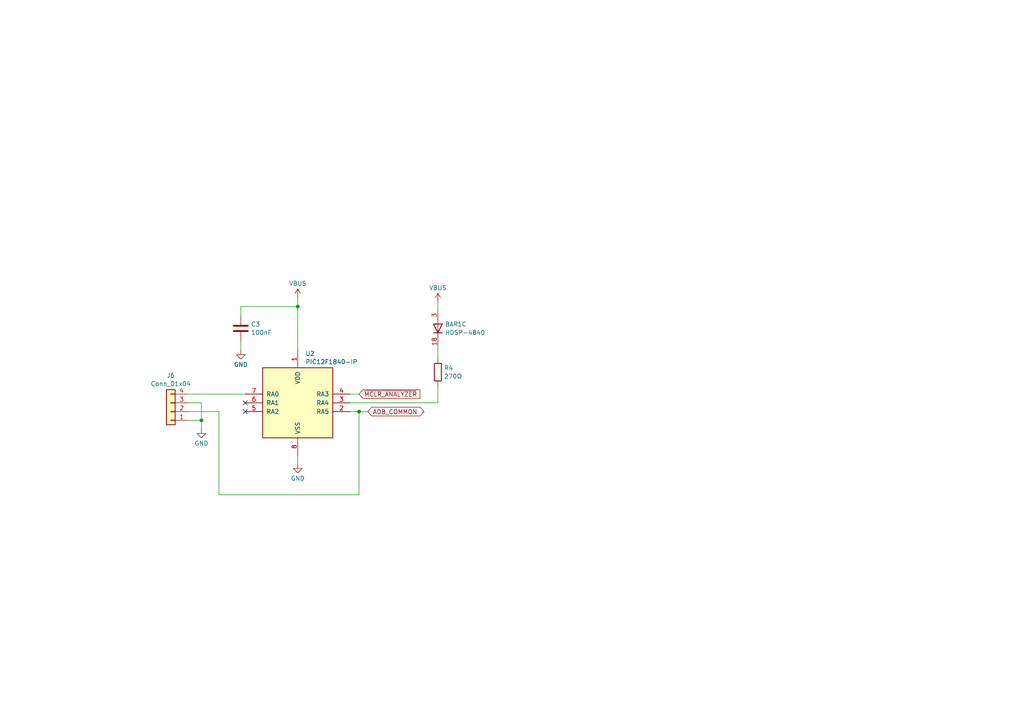
<source format=kicad_sch>
(kicad_sch (version 20230121) (generator eeschema)
  (paper "A4")
  (title_block (title "ADBDB") (date "2024-02-11") (rev "1.1") (company "68kmla") (comment 1 "https://github.com/demik/oldworld/blob/master/EDA/ADBDB/README.md"))
  (lib_symbols
    (symbol "Connector_Generic:Conn_01x04" (pin_names (offset 1.016) hide)
      (property "Reference" "J" (at 0 5.08 0))
      (property "Value" "Conn_01x04" (at 0 -7.62 0))
      (symbol "Conn_01x04_1_1"
        (rectangle (start -1.27 -4.953) (end 0 -5.207) (stroke (width 0.1524)))
        (rectangle (start -1.27 -2.413) (end 0 -2.667) (stroke (width 0.1524)))
        (rectangle (start -1.27 0.127) (end 0 -0.127) (stroke (width 0.1524)))
        (rectangle (start -1.27 2.667) (end 0 2.413) (stroke (width 0.1524)))
        (rectangle (start -1.27 3.81) (end 1.27 -6.35) (stroke (width 0.254)) (fill (type background)))
        (pin passive line (at -5.08 2.54 0) (length 3.81) (name "Pin_1") (number "1"))
        (pin passive line (at -5.08 0 0) (length 3.81) (name "Pin_2") (number "2"))
        (pin passive line (at -5.08 -2.54 0) (length 3.81) (name "Pin_3") (number "3"))
        (pin passive line (at -5.08 -5.08 0) (length 3.81) (name "Pin_4") (number "4"))
      )
    )
    (symbol "Device:C" (pin_numbers hide) (pin_names (offset 0.254))
      (property "Reference" "C" (at 0.635 2.54 0))
      (property "Value" "C" (at 0.635 -2.54 0))
      (symbol "C_0_1"
        (polyline (pts (xy -2.032 -0.762) (xy 2.032 -0.762)) (stroke (width 0.508)))
        (polyline (pts (xy -2.032 0.762) (xy 2.032 0.762)) (stroke (width 0.508)))
      )
      (symbol "C_1_1"
        (pin passive line (at 0 3.81 270) (length 2.794) (name "~") (number "1"))
        (pin passive line (at 0 -3.81 90) (length 2.794) (name "~") (number "2"))
      )
    )
    (symbol "Device:R" (pin_numbers hide) (pin_names (offset 0))
      (property "Reference" "R" (at 2.032 0 90))
      (property "Value" "R" (at 0 0 90))
      (symbol "R_0_1"
        (rectangle (start -1.016 -2.54) (end 1.016 2.54) (stroke (width 0.254)))
      )
      (symbol "R_1_1"
        (pin passive line (at 0 3.81 270) (length 1.27) (name "~") (number "1"))
        (pin passive line (at 0 -3.81 90) (length 1.27) (name "~") (number "2"))
      )
    )
    (symbol "LED:HDSP-4840" (pin_names (offset 1.016) hide)
      (property "Reference" "BAR" (at 0 3.81 0))
      (property "Value" "HDSP-4840" (at 0 -3.81 0))
      (symbol "HDSP-4840_0_1"
        (polyline (pts (xy -2.54 0) (xy 2.54 0)))
        (polyline (pts (xy 1.27 -1.27) (xy 1.27 1.27)) (stroke (width 0.254)))
        (polyline (pts (xy -1.27 1.27) (xy -1.27 -1.27) (xy 1.27 0) (xy -1.27 1.27)) (stroke (width 0.254)))
      )
      (symbol "HDSP-4840_1_1"
        (pin passive line (at -5.08 0 0) (length 2.54) (name "A") (number "1"))
        (pin passive line (at 5.08 0 180) (length 2.54) (name "K") (number "20"))
      )
      (symbol "HDSP-4840_2_1"
        (pin passive line (at 5.08 0 180) (length 2.54) (name "K") (number "19"))
        (pin passive line (at -5.08 0 0) (length 2.54) (name "A") (number "2"))
      )
      (symbol "HDSP-4840_3_1"
        (pin passive line (at 5.08 0 180) (length 2.54) (name "K") (number "18"))
        (pin passive line (at -5.08 0 0) (length 2.54) (name "A") (number "3"))
      )
      (symbol "HDSP-4840_4_1"
        (pin passive line (at 5.08 0 180) (length 2.54) (name "K") (number "17"))
        (pin passive line (at -5.08 0 0) (length 2.54) (name "A") (number "4"))
      )
      (symbol "HDSP-4840_5_1"
        (pin passive line (at 5.08 0 180) (length 2.54) (name "K") (number "16"))
        (pin passive line (at -5.08 0 0) (length 2.54) (name "A") (number "5"))
      )
      (symbol "HDSP-4840_6_1"
        (pin passive line (at 5.08 0 180) (length 2.54) (name "K") (number "15"))
        (pin passive line (at -5.08 0 0) (length 2.54) (name "A") (number "6"))
      )
      (symbol "HDSP-4840_7_1"
        (pin passive line (at 5.08 0 180) (length 2.54) (name "K") (number "14"))
        (pin passive line (at -5.08 0 0) (length 2.54) (name "A") (number "7"))
      )
      (symbol "HDSP-4840_8_1"
        (pin passive line (at 5.08 0 180) (length 2.54) (name "K") (number "13"))
        (pin passive line (at -5.08 0 0) (length 2.54) (name "A") (number "8"))
      )
      (symbol "HDSP-4840_9_1"
        (pin passive line (at 5.08 0 180) (length 2.54) (name "K") (number "12"))
        (pin passive line (at -5.08 0 0) (length 2.54) (name "A") (number "9"))
      )
      (symbol "HDSP-4840_10_1"
        (pin passive line (at -5.08 0 0) (length 2.54) (name "A") (number "10"))
        (pin passive line (at 5.08 0 180) (length 2.54) (name "K") (number "11"))
      )
    )
    (symbol "MCU_Microchip_PIC12:PIC12F1840-IP" (pin_names (offset 1.016))
      (property "Reference" "U" (at 1.27 13.97 0))
      (property "Value" "PIC12F1840-IP" (at 1.27 11.43 0))
      (symbol "PIC12F1840-IP_0_1"
        (rectangle (start 10.16 -10.16) (end -10.16 10.16) (stroke (width 0.254)) (fill (type background)))
      )
      (symbol "PIC12F1840-IP_1_1"
        (pin power_in line (at 0 15.24 270) (length 5.08) (name "VDD") (number "1"))
        (pin bidirectional line (at 15.24 -2.54 180) (length 5.08) (name "RA5") (number "2"))
        (pin bidirectional line (at 15.24 0 180) (length 5.08) (name "RA4") (number "3"))
        (pin input line (at 15.24 2.54 180) (length 5.08) (name "RA3") (number "4"))
        (pin bidirectional line (at -15.24 -2.54 0) (length 5.08) (name "RA2") (number "5"))
        (pin bidirectional line (at -15.24 0 0) (length 5.08) (name "RA1") (number "6"))
        (pin bidirectional line (at -15.24 2.54 0) (length 5.08) (name "RA0") (number "7"))
        (pin power_in line (at 0 -15.24 90) (length 5.08) (name "VSS") (number "8"))
      )
    )
    (symbol "power:GND" (power) (pin_names (offset 0))
      (property "Value" "GND" (at 0 -3.81 0))
      (symbol "GND_0_1"
        (polyline (pts (xy 0 0) (xy 0 -1.27) (xy 1.27 -1.27) (xy 0 -2.54) (xy -1.27 -1.27) (xy 0 -1.27)))
      )
      (symbol "GND_1_1"
        (pin power_in line (at 0 0 270) (length 0) hide (name "GND") (number "1"))
      )
    )
    (symbol "power:VBUS" (power) (pin_names (offset 0))
      (property "Value" "VBUS" (at 0 3.81 0))
      (symbol "VBUS_0_1"
        (polyline (pts (xy -0.762 1.27) (xy 0 2.54)))
        (polyline (pts (xy 0 0) (xy 0 2.54)))
        (polyline (pts (xy 0 2.54) (xy 0.762 1.27)))
      )
      (symbol "VBUS_1_1"
        (pin power_in line (at 0 0 90) (length 0) hide (name "VBUS") (number "1"))
      )
    )
  )
  (junction (at 86.36 88.9))
  (junction (at 58.42 121.92))
  (junction (at 104.14 119.38))
  (no_connect (at 71.12 116.84))
  (no_connect (at 71.12 119.38))
  (wire (pts (xy 54.61 114.3) (xy 71.12 114.3)))
  (wire (pts (xy 104.14 119.38) (xy 106.68 119.38)))
  (wire (pts (xy 127 111.76) (xy 127 116.84)))
  (wire (pts (xy 86.36 132.08) (xy 86.36 134.62)))
  (wire (pts (xy 69.85 99.06) (xy 69.85 101.6)))
  (wire (pts (xy 54.61 119.38) (xy 63.5 119.38)))
  (wire (pts (xy 58.42 121.92) (xy 54.61 121.92)))
  (wire (pts (xy 127 100.33) (xy 127 104.14)))
  (wire (pts (xy 101.6 119.38) (xy 104.14 119.38)))
  (wire (pts (xy 54.61 116.84) (xy 58.42 116.84)))
  (wire (pts (xy 58.42 121.92) (xy 58.42 124.46)))
  (wire (pts (xy 104.14 143.51) (xy 104.14 119.38)))
  (wire (pts (xy 86.36 88.9) (xy 69.85 88.9)))
  (wire (pts (xy 63.5 119.38) (xy 63.5 143.51)))
  (wire (pts (xy 127 116.84) (xy 101.6 116.84)))
  (wire (pts (xy 101.6 114.3) (xy 104.14 114.3)))
  (wire (pts (xy 63.5 143.51) (xy 104.14 143.51)))
  (wire (pts (xy 58.42 116.84) (xy 58.42 121.92)))
  (wire (pts (xy 127 87.63) (xy 127 90.17)))
  (wire (pts (xy 86.36 86.36) (xy 86.36 88.9)))
  (wire (pts (xy 86.36 101.6) (xy 86.36 88.9)))
  (wire (pts (xy 69.85 88.9) (xy 69.85 91.44)))
  (global_label "ADB_COMMON" (shape bidirectional) (at 106.68 119.38 0) (property "Intersheetrefs" "${INTERSHEET_REFS}" (effects hide)))
  (global_label "~{MCLR_ANALYZER}" (shape input) (at 104.14 114.3 0) (property "Intersheetrefs" "${INTERSHEET_REFS}" (effects hide)))
  (symbol (lib_id "power:GND") (at 69.85 101.6 0) (unit 1)
    (property "Reference" "#PWR023" (effects hide))
    (property "Value" "GND" (at 69.85 105.7331 0))
  )
  (symbol (lib_id "Device:C") (at 69.85 95.25 180) (unit 1)
    (property "Reference" "C3" (at 72.771 94.0379 0) (effects (justify right)))
    (property "Value" "100nF" (at 72.771 96.4621 0) (effects (justify right)))
    (property "Footprint" "Capacitor_THT:C_Disc_D4.3mm_W1.9mm_P5.00mm" (effects hide))
  )
  (symbol (lib_id "Connector_Generic:Conn_01x04") (at 49.53 119.38 180) (unit 1)
    (property "Reference" "J6" (at 49.53 108.8857 0))
    (property "Value" "Conn_01x04" (at 49.53 111.3099 0))
    (property "Footprint" "Connector_PinHeader_2.54mm:PinHeader_1x04_P2.54mm_Vertical" (effects hide))
  )
  (symbol (lib_id "MCU_Microchip_PIC12:PIC12F1840-IP") (at 86.36 116.84 0) (unit 1)
    (property "Reference" "U2" (at 88.5541 102.5357 0) (effects (justify left)))
    (property "Value" "PIC12F1840-IP" (at 88.5541 104.9599 0) (effects (justify left)))
    (property "Footprint" "Package_DIP:DIP-8_W7.62mm" (effects hide))
    (property "Datasheet" "http://ww1.microchip.com/downloads/en/DeviceDoc/41441B.pdf" (effects hide))
  )
  (symbol (lib_id "power:VBUS") (at 86.36 86.36 0) (unit 1)
    (property "Reference" "#PWR024" (effects hide))
    (property "Value" "VBUS" (at 86.36 82.2269 0))
  )
  (symbol (lib_id "power:VBUS") (at 127 87.63 0) (unit 1)
    (property "Reference" "#PWR025" (effects hide))
    (property "Value" "VBUS" (at 127 83.4969 0))
  )
  (symbol (lib_id "power:GND") (at 86.36 134.62 0) (unit 1)
    (property "Reference" "#PWR021" (effects hide))
    (property "Value" "GND" (at 86.36 138.7531 0))
  )
  (symbol (lib_id "power:GND") (at 58.42 124.46 0) (unit 1)
    (property "Reference" "#PWR020" (effects hide))
    (property "Value" "GND" (at 58.42 128.5931 0))
  )
  (symbol (lib_id "Device:R") (at 127 107.95 0) (unit 1)
    (property "Reference" "R4" (at 128.778 106.7379 0) (effects (justify left)))
    (property "Value" "270Ω" (at 128.778 109.1621 0) (effects (justify left)))
    (property "Footprint" "Resistor_THT:R_Axial_DIN0207_L6.3mm_D2.5mm_P7.62mm_Horizontal" (effects hide))
  )
  (symbol (lib_id "LED:HDSP-4840") (at 127 95.25 270) (unit 3)
    (property "Reference" "BAR1" (at 129.032 94.0379 90) (effects (justify left)))
    (property "Value" "HDSP-4840" (at 129.032 96.4621 90) (effects (justify left)))
    (property "Footprint" "Display:HDSP-4840" (effects hide))
    (property "Datasheet" "https://docs.broadcom.com/docs/AV02-1798EN" (effects hide))
  )
)
</source>
